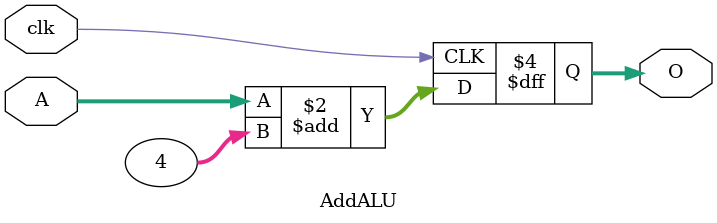
<source format=v>
`timescale 1ns / 1ps

module AddALU(
    A,
    clk,
    O
    );
    input [31:0] A;
    input clk;
    output reg [31:0] O = 0;
    
    always @(posedge clk) begin
        O = A + 4;
    end
endmodule

</source>
